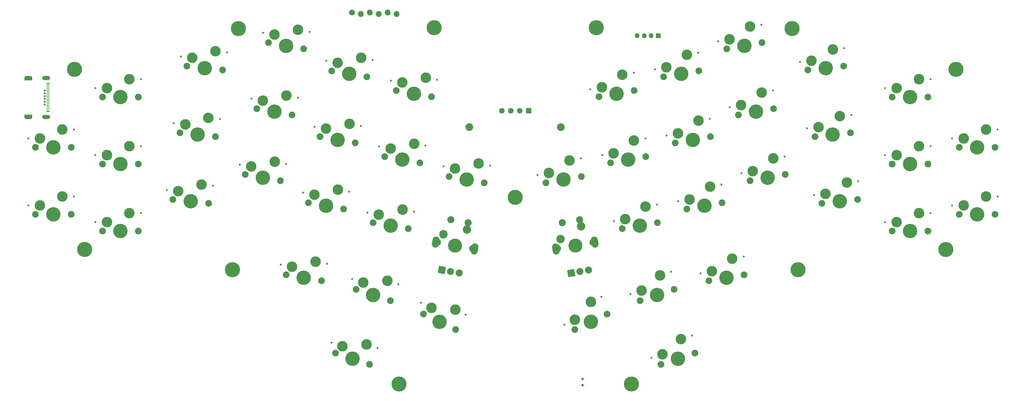
<source format=gts>
%TF.GenerationSoftware,KiCad,Pcbnew,(5.1.7)-1*%
%TF.CreationDate,2020-11-12T22:52:03+09:00*%
%TF.ProjectId,yacc46,79616363-3436-42e6-9b69-6361645f7063,rev?*%
%TF.SameCoordinates,Original*%
%TF.FileFunction,Soldermask,Top*%
%TF.FilePolarity,Negative*%
%FSLAX46Y46*%
G04 Gerber Fmt 4.6, Leading zero omitted, Abs format (unit mm)*
G04 Created by KiCad (PCBNEW (5.1.7)-1) date 2020-11-12 22:52:03*
%MOMM*%
%LPD*%
G01*
G04 APERTURE LIST*
%ADD10C,0.750000*%
%ADD11R,0.260000X0.650000*%
%ADD12R,2.300000X0.250000*%
%ADD13R,0.850000X0.230000*%
%ADD14C,0.600000*%
%ADD15R,0.850000X0.460000*%
%ADD16O,2.300000X1.200000*%
%ADD17C,3.000000*%
%ADD18C,1.900000*%
%ADD19C,4.100000*%
%ADD20C,1.600000*%
%ADD21R,1.600000X1.600000*%
%ADD22C,2.400000*%
%ADD23C,3.987800*%
%ADD24C,2.000000*%
%ADD25C,0.100000*%
%ADD26C,2.200000*%
%ADD27C,4.300000*%
%ADD28O,1.700000X1.700000*%
%ADD29C,1.700000*%
%ADD30R,1.350000X1.350000*%
%ADD31O,1.350000X1.350000*%
G04 APERTURE END LIST*
D10*
%TO.C,SW47*%
X184130000Y-131700000D03*
X184130000Y-133500000D03*
%TD*%
D11*
%TO.C,J1*%
X25670000Y-56850000D03*
X27710000Y-56850000D03*
D12*
X26690000Y-56650000D03*
D11*
X25670000Y-46460000D03*
D13*
X32215000Y-48280000D03*
D14*
X31290000Y-49680000D03*
X31290000Y-50480000D03*
X31290000Y-51280000D03*
X31290000Y-52080000D03*
X31290000Y-52880000D03*
X31290000Y-53680000D03*
D15*
X32215000Y-47765000D03*
D13*
X32215000Y-48680000D03*
X32215000Y-49080000D03*
X32215000Y-49480000D03*
X32215000Y-49880000D03*
X32215000Y-50280000D03*
X32215000Y-50680000D03*
X32215000Y-51080000D03*
X32215000Y-51480000D03*
X32215000Y-51880000D03*
X32215000Y-52280000D03*
X32215000Y-52680000D03*
X32215000Y-53080000D03*
X32215000Y-53480000D03*
X32215000Y-53880000D03*
X32215000Y-54280000D03*
X32215000Y-54680000D03*
X32215000Y-55080000D03*
D15*
X32215000Y-55595000D03*
D16*
X31740000Y-46130000D03*
X31740000Y-57230000D03*
X26690000Y-46130000D03*
X26690000Y-57230000D03*
D12*
X26690000Y-46710000D03*
D11*
X27710000Y-46460000D03*
%TD*%
D14*
%TO.C,SW43*%
X179004278Y-116286457D03*
X189509526Y-108336696D03*
D17*
X186541708Y-109784198D03*
X181947829Y-114850791D03*
D18*
X181919823Y-117690459D03*
X191051571Y-113236609D03*
D19*
X186485697Y-115463534D03*
%TD*%
D20*
%TO.C,J2*%
X161190000Y-55430000D03*
X163730000Y-55430000D03*
X166270000Y-55430000D03*
D21*
X168810000Y-55430000D03*
%TD*%
D22*
%TO.C,SW36*%
X183690947Y-88327548D03*
D23*
X182071668Y-93771438D03*
D22*
X177878484Y-91931626D03*
D24*
X177068845Y-94653571D03*
X187074491Y-92889305D03*
D25*
G36*
X182070466Y-102402777D02*
G01*
X180100850Y-102750073D01*
X179753554Y-100780457D01*
X181723170Y-100433161D01*
X182070466Y-102402777D01*
G37*
D24*
X183374029Y-101157496D03*
X185836049Y-100723376D03*
G36*
G01*
X176834582Y-96319561D02*
X176834582Y-96319561D01*
G75*
G02*
X175676126Y-95508401I-173648J984808D01*
G01*
X175467748Y-94326631D01*
G75*
G02*
X176278908Y-93168175I984808J173648D01*
G01*
X176278908Y-93168175D01*
G75*
G02*
X177437364Y-93979335I173648J-984808D01*
G01*
X177645742Y-95161105D01*
G75*
G02*
X176834582Y-96319561I-984808J-173648D01*
G01*
G37*
G36*
G01*
X187864428Y-94374701D02*
X187864428Y-94374701D01*
G75*
G02*
X186705972Y-93563541I-173648J984808D01*
G01*
X186497594Y-92381771D01*
G75*
G02*
X187308754Y-91223315I984808J173648D01*
G01*
X187308754Y-91223315D01*
G75*
G02*
X188467210Y-92034475I173648J-984808D01*
G01*
X188675588Y-93216245D01*
G75*
G02*
X187864428Y-94374701I-984808J-173648D01*
G01*
G37*
X178394111Y-87311904D03*
X183318150Y-86443663D03*
%TD*%
D26*
%TO.C,HOLE15*%
X178000000Y-60100000D03*
%TD*%
%TO.C,HOLE14*%
X152000000Y-60100000D03*
%TD*%
D27*
%TO.C,HOLE13*%
X164980000Y-80100000D03*
%TD*%
%TO.C,HOLE12*%
X198020001Y-133120000D03*
%TD*%
%TO.C,HOLE11*%
X245380000Y-100610000D03*
%TD*%
%TO.C,HOLE10*%
X287360000Y-94900000D03*
%TD*%
%TO.C,HOLE9*%
X290240000Y-43680000D03*
%TD*%
%TO.C,HOLE8*%
X243660000Y-32080000D03*
%TD*%
%TO.C,HOLE7*%
X188010000Y-31840000D03*
%TD*%
%TO.C,HOLE6*%
X141990000Y-31840000D03*
%TD*%
%TO.C,HOLE5*%
X86340000Y-32080000D03*
%TD*%
%TO.C,HOLE4*%
X39760000Y-43680000D03*
%TD*%
%TO.C,HOLE3*%
X42640000Y-94900000D03*
%TD*%
%TO.C,HOLE2*%
X84620000Y-100610000D03*
%TD*%
%TO.C,HOLE1*%
X131979999Y-133120000D03*
%TD*%
D28*
%TO.C,J3*%
X131290000Y-27938600D03*
X128750000Y-27481400D03*
X126210000Y-27938600D03*
X123670000Y-27481400D03*
X121130000Y-27938600D03*
D29*
X118590000Y-27481400D03*
%TD*%
D30*
%TO.C,J4*%
X205640000Y-34070000D03*
D31*
X203640000Y-34070000D03*
X201640000Y-34070000D03*
X199640000Y-34070000D03*
%TD*%
D14*
%TO.C,SW1*%
X45715000Y-49035000D03*
X58642000Y-46495000D03*
D17*
X55340000Y-46495000D03*
X48990000Y-49035000D03*
D18*
X47720000Y-51575000D03*
X57880000Y-51575000D03*
D19*
X52800000Y-51575000D03*
%TD*%
%TO.C,SW2*%
X76775989Y-43306528D03*
D18*
X81828160Y-43837533D03*
X71723818Y-42775523D03*
D17*
X73252363Y-40382189D03*
X79833079Y-38519859D03*
D14*
X83116991Y-38865012D03*
X69995304Y-40039858D03*
%TD*%
D19*
%TO.C,SW3*%
X99916564Y-36945975D03*
D18*
X104919387Y-37828108D03*
X94913741Y-36063842D03*
D17*
X96605513Y-33782964D03*
X103300108Y-32384218D03*
D14*
X106551944Y-32957604D03*
X93380267Y-33214266D03*
%TD*%
%TO.C,SW4*%
X111313855Y-41212411D03*
X124485532Y-40955749D03*
D17*
X121233696Y-40382363D03*
X114539101Y-41781109D03*
D18*
X112847329Y-44061987D03*
X122852975Y-45826253D03*
D19*
X117850152Y-44944120D03*
%TD*%
%TO.C,SW5*%
X136197240Y-50597191D03*
D18*
X141200063Y-51479324D03*
X131194417Y-49715058D03*
D17*
X132886189Y-47434180D03*
X139580784Y-46035434D03*
D14*
X142832620Y-46608820D03*
X129660943Y-46865482D03*
%TD*%
%TO.C,SW6*%
X26665000Y-63322500D03*
X39592000Y-60782500D03*
D17*
X36290000Y-60782500D03*
X29940000Y-63322500D03*
D18*
X28670000Y-65862500D03*
X38830000Y-65862500D03*
D19*
X33750000Y-65862500D03*
%TD*%
D14*
%TO.C,SW7*%
X45715000Y-68085000D03*
X58642000Y-65545000D03*
D17*
X55340000Y-65545000D03*
X48990000Y-68085000D03*
D18*
X47720000Y-70625000D03*
X57880000Y-70625000D03*
D19*
X52800000Y-70625000D03*
%TD*%
D14*
%TO.C,SW8*%
X68004036Y-58985500D03*
X81125723Y-57810654D03*
D17*
X77841811Y-57465501D03*
X71261095Y-59327831D03*
D18*
X69732550Y-61721165D03*
X79836892Y-62783175D03*
D19*
X74784721Y-62252170D03*
%TD*%
%TO.C,SW9*%
X96608566Y-55706563D03*
D18*
X101611389Y-56588696D03*
X91605743Y-54824430D03*
D17*
X93297515Y-52543552D03*
X99992110Y-51144806D03*
D14*
X103243946Y-51718192D03*
X90072269Y-51974854D03*
%TD*%
D19*
%TO.C,SW10*%
X114542154Y-63704708D03*
D18*
X119544977Y-64586841D03*
X109539331Y-62822575D03*
D17*
X111231103Y-60541697D03*
X117925698Y-59142951D03*
D14*
X121177534Y-59716337D03*
X108005857Y-59972999D03*
%TD*%
D19*
%TO.C,SW11*%
X132889242Y-69357779D03*
D18*
X137892065Y-70239912D03*
X127886419Y-68475646D03*
D17*
X129578191Y-66194768D03*
X136272786Y-64796022D03*
D14*
X139524622Y-65369408D03*
X126352945Y-65626070D03*
%TD*%
%TO.C,SW12*%
X144700033Y-71279141D03*
X157871710Y-71022479D03*
D17*
X154619874Y-70449093D03*
X147925279Y-71847839D03*
D18*
X146233507Y-74128717D03*
X156239153Y-75892983D03*
D19*
X151236330Y-75010850D03*
%TD*%
%TO.C,SW13*%
X33750000Y-84912500D03*
D18*
X38830000Y-84912500D03*
X28670000Y-84912500D03*
D17*
X29940000Y-82372500D03*
X36290000Y-79832500D03*
D14*
X39592000Y-79832500D03*
X26665000Y-82372500D03*
%TD*%
%TO.C,SW14*%
X45715000Y-87135000D03*
X58642000Y-84595000D03*
D17*
X55340000Y-84595000D03*
X48990000Y-87135000D03*
D18*
X47720000Y-89675000D03*
X57880000Y-89675000D03*
D19*
X52800000Y-89675000D03*
%TD*%
%TO.C,SW15*%
X72793454Y-81197812D03*
D18*
X77845625Y-81728817D03*
X67741283Y-80666807D03*
D17*
X69269828Y-78273473D03*
X75850544Y-76411143D03*
D14*
X79134456Y-76756296D03*
X66012769Y-77931142D03*
%TD*%
%TO.C,SW16*%
X86764271Y-70735442D03*
X99935948Y-70478780D03*
D17*
X96684112Y-69905394D03*
X89989517Y-71304140D03*
D18*
X88297745Y-73585018D03*
X98303391Y-75349284D03*
D19*
X93300568Y-74467151D03*
%TD*%
%TO.C,SW17*%
X111234156Y-82465295D03*
D18*
X116236979Y-83347428D03*
X106231333Y-81583162D03*
D17*
X107923105Y-79302284D03*
X114617700Y-77903538D03*
D14*
X117869536Y-78476924D03*
X104697859Y-78733586D03*
%TD*%
%TO.C,SW18*%
X123044947Y-84386658D03*
X136216624Y-84129996D03*
D17*
X132964788Y-83556610D03*
X126270193Y-84955356D03*
D18*
X124578421Y-87236234D03*
X134584067Y-89000500D03*
D19*
X129581244Y-88118367D03*
%TD*%
D24*
%TO.C,SW19*%
X151605889Y-87311904D03*
X146681850Y-86443663D03*
G36*
G01*
X153165418Y-96319561D02*
X153165418Y-96319561D01*
G75*
G02*
X152354258Y-95161105I173648J984808D01*
G01*
X152562636Y-93979335D01*
G75*
G02*
X153721092Y-93168175I984808J-173648D01*
G01*
X153721092Y-93168175D01*
G75*
G02*
X154532252Y-94326631I-173648J-984808D01*
G01*
X154323874Y-95508401D01*
G75*
G02*
X153165418Y-96319561I-984808J173648D01*
G01*
G37*
G36*
G01*
X142135572Y-94374701D02*
X142135572Y-94374701D01*
G75*
G02*
X141324412Y-93216245I173648J984808D01*
G01*
X141532790Y-92034475D01*
G75*
G02*
X142691246Y-91223315I984808J-173648D01*
G01*
X142691246Y-91223315D01*
G75*
G02*
X143502406Y-92381771I-173648J-984808D01*
G01*
X143294028Y-93563541D01*
G75*
G02*
X142135572Y-94374701I-984808J173648D01*
G01*
G37*
X149087990Y-101591617D03*
X146625971Y-101157496D03*
D25*
G36*
X144975111Y-101881832D02*
G01*
X143005495Y-101534536D01*
X143352791Y-99564920D01*
X145322407Y-99912216D01*
X144975111Y-101881832D01*
G37*
D24*
X152931155Y-94653571D03*
X142925509Y-92889305D03*
D22*
X144617281Y-90608427D03*
D23*
X147928332Y-93771438D03*
D22*
X151311876Y-89209681D03*
%TD*%
D19*
%TO.C,SW20*%
X104933883Y-102927996D03*
D18*
X109936706Y-103810129D03*
X99931060Y-102045863D03*
D17*
X101622832Y-99764985D03*
X108317427Y-98366239D03*
D14*
X111569263Y-98939625D03*
X98397586Y-99196287D03*
%TD*%
%TO.C,SW21*%
X118709046Y-103241793D03*
X131788256Y-104820772D03*
D17*
X128647868Y-103800398D03*
X121823756Y-104253824D03*
D18*
X119831011Y-106277056D03*
X129493745Y-109416668D03*
D19*
X124662378Y-107846862D03*
%TD*%
%TO.C,SW22*%
X143514303Y-115463534D03*
D18*
X148080177Y-117690459D03*
X138948429Y-113236609D03*
D17*
X141203360Y-111510403D03*
X148024165Y-112011123D03*
D14*
X150991983Y-113458624D03*
X138259810Y-110074738D03*
%TD*%
%TO.C,SW23*%
X112822272Y-121359419D03*
X125901482Y-122938398D03*
D17*
X122761094Y-121918024D03*
X115936982Y-122371450D03*
D18*
X113944237Y-124394682D03*
X123606971Y-127534294D03*
D19*
X118775604Y-125964488D03*
%TD*%
D14*
%TO.C,SW24*%
X186384331Y-49326077D03*
X198673874Y-44579915D03*
D17*
X195422039Y-45153301D03*
X189609576Y-48757379D03*
D18*
X188799937Y-51479324D03*
X198805583Y-49715058D03*
D19*
X193802760Y-50597191D03*
%TD*%
%TO.C,SW25*%
X212149848Y-44944120D03*
D18*
X217152671Y-44061987D03*
X207147025Y-45826253D03*
D17*
X207956664Y-43104308D03*
X213769127Y-39500230D03*
D14*
X217020962Y-38926844D03*
X204731419Y-43673006D03*
%TD*%
D19*
%TO.C,SW26*%
X230083436Y-36945975D03*
D18*
X235086259Y-36063842D03*
X225080613Y-37828108D03*
D17*
X225890252Y-35106163D03*
X231702715Y-31502085D03*
D14*
X234954550Y-30928699D03*
X222665007Y-35674861D03*
%TD*%
%TO.C,SW27*%
X245912321Y-41521027D03*
X258503003Y-37643701D03*
D17*
X255219092Y-37988854D03*
X249169380Y-41178696D03*
D18*
X248171840Y-43837533D03*
X258276182Y-42775523D03*
D19*
X253224011Y-43306528D03*
%TD*%
%TO.C,SW28*%
X277200000Y-51575000D03*
D18*
X282280000Y-51575000D03*
X272120000Y-51575000D03*
D17*
X273390000Y-49035000D03*
X279740000Y-46495000D03*
D14*
X283042000Y-46495000D03*
X270115000Y-49035000D03*
%TD*%
%TO.C,SW29*%
X171345241Y-73739736D03*
X183634784Y-68993574D03*
D17*
X180382949Y-69566960D03*
X174570486Y-73171038D03*
D18*
X173760847Y-75892983D03*
X183766493Y-74128717D03*
D19*
X178763670Y-75010850D03*
%TD*%
D14*
%TO.C,SW30*%
X189692329Y-68086665D03*
X201981872Y-63340503D03*
D17*
X198730037Y-63913889D03*
X192917574Y-67517967D03*
D18*
X192107935Y-70239912D03*
X202113581Y-68475646D03*
D19*
X197110758Y-69357779D03*
%TD*%
%TO.C,SW31*%
X215457846Y-63704708D03*
D18*
X220460669Y-62822575D03*
X210455023Y-64586841D03*
D17*
X211264662Y-61864896D03*
X217077125Y-58260818D03*
D14*
X220328960Y-57687432D03*
X208039417Y-62433594D03*
%TD*%
%TO.C,SW32*%
X225973005Y-54435449D03*
X238262548Y-49689287D03*
D17*
X235010713Y-50262673D03*
X229198250Y-53866751D03*
D18*
X228388611Y-56588696D03*
X238394257Y-54824430D03*
D19*
X233391434Y-55706563D03*
%TD*%
%TO.C,SW33*%
X255215279Y-62252170D03*
D18*
X260267450Y-61721165D03*
X250163108Y-62783175D03*
D17*
X251160648Y-60124338D03*
X257210360Y-56934496D03*
D14*
X260494271Y-56589343D03*
X247903589Y-60466669D03*
%TD*%
%TO.C,SW34*%
X270115000Y-68085000D03*
X283042000Y-65545000D03*
D17*
X279740000Y-65545000D03*
X273390000Y-68085000D03*
D18*
X272120000Y-70625000D03*
X282280000Y-70625000D03*
D19*
X277200000Y-70625000D03*
%TD*%
%TO.C,SW35*%
X296250000Y-65862500D03*
D18*
X301330000Y-65862500D03*
X291170000Y-65862500D03*
D17*
X292440000Y-63322500D03*
X298790000Y-60782500D03*
D14*
X302092000Y-60782500D03*
X289165000Y-63322500D03*
%TD*%
%TO.C,SW37*%
X193000327Y-86847253D03*
X205289870Y-82101091D03*
D17*
X202038035Y-82674477D03*
X196225572Y-86278555D03*
D18*
X195415933Y-89000500D03*
X205421579Y-87236234D03*
D19*
X200418756Y-88118367D03*
%TD*%
%TO.C,SW38*%
X218765844Y-82465295D03*
D18*
X223768667Y-81583162D03*
X213763021Y-83347428D03*
D17*
X214572660Y-80625483D03*
X220385123Y-77021405D03*
D14*
X223636958Y-76448019D03*
X211347415Y-81194181D03*
%TD*%
%TO.C,SW39*%
X229281003Y-73196037D03*
X241570546Y-68449875D03*
D17*
X238318711Y-69023261D03*
X232506248Y-72627339D03*
D18*
X231696609Y-75349284D03*
X241702255Y-73585018D03*
D19*
X236699432Y-74467151D03*
%TD*%
%TO.C,SW40*%
X257206546Y-81197812D03*
D18*
X262258717Y-80666807D03*
X252154375Y-81728817D03*
D17*
X253151915Y-79069980D03*
X259201627Y-75880138D03*
D14*
X262485538Y-75534985D03*
X249894856Y-79412311D03*
%TD*%
%TO.C,SW41*%
X270115000Y-87135000D03*
X283042000Y-84595000D03*
D17*
X279740000Y-84595000D03*
X273390000Y-87135000D03*
D18*
X272120000Y-89675000D03*
X282280000Y-89675000D03*
D19*
X277200000Y-89675000D03*
%TD*%
%TO.C,SW42*%
X296250000Y-84912500D03*
D18*
X301330000Y-84912500D03*
X291170000Y-84912500D03*
D17*
X292440000Y-82372500D03*
X298790000Y-79832500D03*
D14*
X302092000Y-79832500D03*
X289165000Y-82372500D03*
%TD*%
D19*
%TO.C,SW44*%
X205337622Y-107846862D03*
D18*
X210168989Y-106277056D03*
X200506255Y-109416668D03*
D17*
X200929194Y-106608533D03*
X206183499Y-102230592D03*
D14*
X209323888Y-101210218D03*
X197814483Y-107620564D03*
%TD*%
%TO.C,SW45*%
X217647688Y-101656882D03*
X229937231Y-96910720D03*
D17*
X226685396Y-97484106D03*
X220872933Y-101088184D03*
D18*
X220063294Y-103810129D03*
X230068940Y-102045863D03*
D19*
X225066117Y-102927996D03*
%TD*%
%TO.C,SW46*%
X211224396Y-125964488D03*
D18*
X216055763Y-124394682D03*
X206393029Y-127534294D03*
D17*
X206815968Y-124726159D03*
X212070273Y-120348218D03*
D14*
X215210662Y-119327844D03*
X203701257Y-125738190D03*
%TD*%
M02*

</source>
